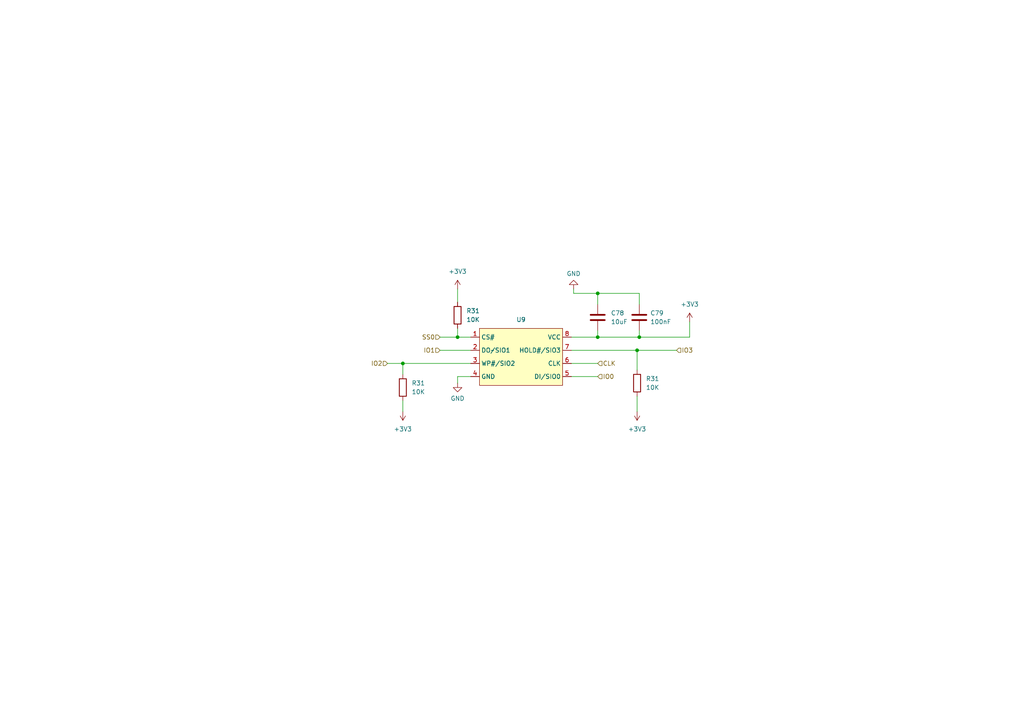
<source format=kicad_sch>
(kicad_sch (version 20231120) (generator "eeschema") (generator_version "8.0")
  (paper "A4")
  (title_block (title "SPI NAND 1GB") (rev "v1.0.0") (comment 1 "Author Turgay HOPAL"))
  (lib_symbols
    (symbol "Device:C" (pin_numbers hide) (pin_names (offset 0.254))
      (property "Reference" "C" (at 0.635 2.54 0))
      (property "Value" "C" (at 0.635 -2.54 0))
      (symbol "C_0_1"
        (polyline (pts (xy -2.032 -0.762) (xy 2.032 -0.762)) (stroke (width 0.508)))
        (polyline (pts (xy -2.032 0.762) (xy 2.032 0.762)) (stroke (width 0.508)))
      )
      (symbol "C_1_1"
        (pin passive line (at 0 3.81 270) (length 2.794) (name "~") (number "1"))
        (pin passive line (at 0 -3.81 90) (length 2.794) (name "~") (number "2"))
      )
    )
    (symbol "Device:R" (pin_numbers hide) (pin_names (offset 0))
      (property "Reference" "R" (at 2.032 0 90))
      (property "Value" "R" (at 0 0 90))
      (symbol "R_0_1"
        (rectangle (start -1.016 -2.54) (end 1.016 2.54) (stroke (width 0.254)))
      )
      (symbol "R_1_1"
        (pin passive line (at 0 3.81 270) (length 1.27) (name "~") (number "1"))
        (pin passive line (at 0 -3.81 90) (length 1.27) (name "~") (number "2"))
      )
    )
    (symbol "F35SQA001G:F35SQA001G"
      (property "Reference" "U?" (at -11.43 7.62 0))
      (symbol "F35SQA001G_1_1"
        (rectangle (start -12.7 6.35) (end 11.43 -10.16) (fill (type background)))
        (pin input line (at -15.24 3.81 0) (length 2.54) (name "CS#") (number "1"))
        (pin input line (at -15.24 0 0) (length 2.54) (name "DO/SIO1") (number "2"))
        (pin input line (at -15.24 -3.81 0) (length 2.54) (name "WP#/SIO2") (number "3"))
        (pin input line (at -15.24 -7.62 0) (length 2.54) (name "GND") (number "4"))
        (pin input line (at 13.97 -7.62 180) (length 2.54) (name "DI/SIO0") (number "5"))
        (pin input line (at 13.97 -3.81 180) (length 2.54) (name "CLK") (number "6"))
        (pin input line (at 13.97 0 180) (length 2.54) (name "HOLD#/SIO3") (number "7"))
        (pin input line (at 13.97 3.81 180) (length 2.54) (name "VCC") (number "8"))
      )
    )
    (symbol "power:+3V3" (power) (pin_names (offset 0))
      (property "Value" "+3V3" (at 0 3.556 0))
      (symbol "+3V3_0_1"
        (polyline (pts (xy -0.762 1.27) (xy 0 2.54)))
        (polyline (pts (xy 0 0) (xy 0 2.54)))
        (polyline (pts (xy 0 2.54) (xy 0.762 1.27)))
      )
      (symbol "+3V3_1_1"
        (pin power_in line (at 0 0 90) (length 0) hide (name "+3V3") (number "1"))
      )
    )
    (symbol "power:GND" (power) (pin_names (offset 0))
      (property "Value" "GND" (at 0 -3.81 0))
      (symbol "GND_0_1"
        (polyline (pts (xy 0 0) (xy 0 -1.27) (xy 1.27 -1.27) (xy 0 -2.54) (xy -1.27 -1.27) (xy 0 -1.27)))
      )
      (symbol "GND_1_1"
        (pin power_in line (at 0 0 270) (length 0) hide (name "GND") (number "1"))
      )
    )
  )
  (junction (at 132.715 97.79))
  (junction (at 173.355 97.79))
  (junction (at 184.785 101.6))
  (junction (at 185.42 97.79))
  (junction (at 173.355 85.09))
  (junction (at 116.84 105.41))
  (wire (pts (xy 173.355 105.41) (xy 165.735 105.41)))
  (wire (pts (xy 132.715 111.125) (xy 132.715 109.22)))
  (wire (pts (xy 173.355 85.09) (xy 185.42 85.09)))
  (wire (pts (xy 185.42 85.09) (xy 185.42 88.265)))
  (wire (pts (xy 173.355 95.885) (xy 173.355 97.79)))
  (wire (pts (xy 173.355 97.79) (xy 185.42 97.79)))
  (wire (pts (xy 116.84 105.41) (xy 116.84 108.585)))
  (wire (pts (xy 127.635 97.79) (xy 132.715 97.79)))
  (wire (pts (xy 173.355 109.22) (xy 165.735 109.22)))
  (wire (pts (xy 185.42 97.79) (xy 200.025 97.79)))
  (wire (pts (xy 132.715 97.79) (xy 136.525 97.79)))
  (wire (pts (xy 132.715 95.25) (xy 132.715 97.79)))
  (wire (pts (xy 184.785 114.935) (xy 184.785 119.38)))
  (wire (pts (xy 185.42 95.885) (xy 185.42 97.79)))
  (wire (pts (xy 116.84 116.205) (xy 116.84 119.38)))
  (wire (pts (xy 112.395 105.41) (xy 116.84 105.41)))
  (wire (pts (xy 132.715 109.22) (xy 136.525 109.22)))
  (wire (pts (xy 132.715 83.82) (xy 132.715 87.63)))
  (wire (pts (xy 127.635 101.6) (xy 136.525 101.6)))
  (wire (pts (xy 184.785 101.6) (xy 184.785 107.315)))
  (wire (pts (xy 166.37 83.82) (xy 166.37 85.09)))
  (wire (pts (xy 165.735 101.6) (xy 184.785 101.6)))
  (wire (pts (xy 184.785 101.6) (xy 196.215 101.6)))
  (wire (pts (xy 200.025 97.79) (xy 200.025 93.345)))
  (wire (pts (xy 173.355 85.09) (xy 173.355 88.265)))
  (wire (pts (xy 165.735 97.79) (xy 173.355 97.79)))
  (wire (pts (xy 166.37 85.09) (xy 173.355 85.09)))
  (wire (pts (xy 136.525 105.41) (xy 116.84 105.41)))
  (hierarchical_label "IO2" (shape input) (at 112.395 105.41 180))
  (hierarchical_label "CLK" (shape input) (at 173.355 105.41 0))
  (hierarchical_label "IO3" (shape input) (at 196.215 101.6 0))
  (hierarchical_label "IO1" (shape input) (at 127.635 101.6 180))
  (hierarchical_label "SS0" (shape input) (at 127.635 97.79 180))
  (hierarchical_label "IO0" (shape input) (at 173.355 109.22 0))
  (symbol (lib_id "Device:R") (at 184.785 111.125 180) (unit 1)
    (property "Reference" "R31" (at 187.325 109.8549 0) (effects (justify right)))
    (property "Value" "10K" (at 187.325 112.3949 0) (effects (justify right)))
    (property "Footprint" "Resistor_SMD:R_0402_1005Metric" (effects (hide yes)))
    (instances (project "w25q128jv" (path "" (reference "R31") (unit 1))) (project "LinuxCore-v2" (path "" (reference "R54") (unit 1))))
  )
  (symbol (lib_id "power:GND") (at 132.715 111.125 0) (unit 1)
    (property "Reference" "#PWR0107" (effects (hide yes)))
    (property "Value" "GND" (at 132.715 115.57 0))
  )
  (symbol (lib_id "Device:R") (at 116.84 112.395 180) (unit 1)
    (property "Reference" "R31" (at 119.38 111.1249 0) (effects (justify right)))
    (property "Value" "10K" (at 119.38 113.6649 0) (effects (justify right)))
    (property "Footprint" "Resistor_SMD:R_0402_1005Metric" (effects (hide yes)))
    (instances (project "w25q128jv" (path "" (reference "R31") (unit 1))) (project "LinuxCore-v2" (path "" (reference "R52") (unit 1))))
  )
  (symbol (lib_id "power:GND") (at 166.37 83.82 180) (unit 1)
    (property "Reference" "#PWR0108" (effects (hide yes)))
    (property "Value" "GND" (at 166.37 79.375 0))
  )
  (symbol (lib_id "Device:R") (at 132.715 91.44 180) (unit 1)
    (property "Reference" "R31" (at 135.255 90.1699 0) (effects (justify right)))
    (property "Value" "10K" (at 135.255 92.7099 0) (effects (justify right)))
    (property "Footprint" "Resistor_SMD:R_0402_1005Metric" (effects (hide yes)))
    (instances (project "w25q128jv" (path "" (reference "R31") (unit 1))) (project "LinuxCore-v2" (path "" (reference "R53") (unit 1))))
  )
  (symbol (lib_id "power:+3V3") (at 132.715 83.82 0) (unit 1)
    (property "Reference" "#PWR0106" (effects (hide yes)))
    (property "Value" "+3V3" (at 132.715 78.74 0))
  )
  (symbol (lib_id "power:+3V3") (at 200.025 93.345 0) (unit 1)
    (property "Reference" "#PWR0110" (effects (hide yes)))
    (property "Value" "+3V3" (at 200.025 88.265 0))
  )
  (symbol (lib_id "power:+3V3") (at 116.84 119.38 180) (unit 1)
    (property "Reference" "#PWR0105" (effects (hide yes)))
    (property "Value" "+3V3" (at 116.84 124.46 0))
  )
  (symbol (lib_id "F35SQA001G:F35SQA001G") (at 151.765 101.6 0) (unit 1)
    (property "Reference" "U9" (at 151.13 92.71 0))
    (property "Value" "~" (at 142.875 101.6 0))
    (property "Footprint" "F35SQA001G:F35SQA001G" (effects (hide yes)))
  )
  (symbol (lib_id "power:+3V3") (at 184.785 119.38 180) (unit 1)
    (property "Reference" "#PWR0109" (effects (hide yes)))
    (property "Value" "+3V3" (at 184.785 124.46 0))
  )
  (symbol (lib_id "Device:C") (at 185.42 92.075 0) (unit 1)
    (property "Reference" "C79" (at 188.595 90.805 0) (effects (justify left)))
    (property "Value" "100nF" (at 188.595 93.345 0) (effects (justify left)))
    (property "Footprint" "Capacitor_SMD:C_0402_1005Metric" (effects (hide yes)))
  )
  (symbol (lib_id "Device:C") (at 173.355 92.075 0) (unit 1)
    (property "Reference" "C78" (at 177.165 90.805 0) (effects (justify left)))
    (property "Value" "10uF" (at 177.165 93.345 0) (effects (justify left)))
    (property "Footprint" "Capacitor_SMD:C_0402_1005Metric" (effects (hide yes)))
  )
)
</source>
